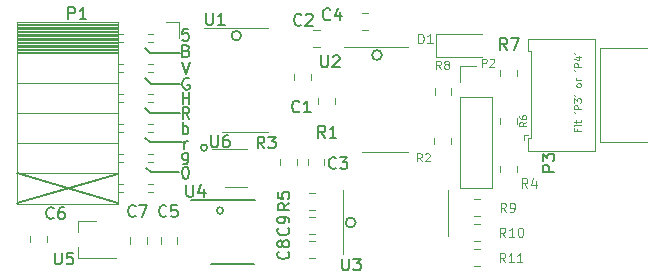
<source format=gto>
G04 #@! TF.GenerationSoftware,KiCad,Pcbnew,(5.1.4)-1*
G04 #@! TF.CreationDate,2020-02-28T17:04:00+00:00*
G04 #@! TF.ProjectId,analog,616e616c-6f67-42e6-9b69-6361645f7063,rev?*
G04 #@! TF.SameCoordinates,Original*
G04 #@! TF.FileFunction,Legend,Top*
G04 #@! TF.FilePolarity,Positive*
%FSLAX46Y46*%
G04 Gerber Fmt 4.6, Leading zero omitted, Abs format (unit mm)*
G04 Created by KiCad (PCBNEW (5.1.4)-1) date 2020-02-28 17:04:00*
%MOMM*%
%LPD*%
G04 APERTURE LIST*
%ADD10C,0.100000*%
%ADD11C,0.150000*%
%ADD12C,0.120000*%
G04 APERTURE END LIST*
D10*
X75210542Y-42088045D02*
X75210542Y-42288045D01*
X75524828Y-42288045D02*
X74924828Y-42288045D01*
X74924828Y-42002331D01*
X75524828Y-41773760D02*
X75124828Y-41773760D01*
X74924828Y-41773760D02*
X74953400Y-41802331D01*
X74981971Y-41773760D01*
X74953400Y-41745188D01*
X74924828Y-41773760D01*
X74981971Y-41773760D01*
X75124828Y-41573760D02*
X75124828Y-41345188D01*
X74924828Y-41488045D02*
X75439114Y-41488045D01*
X75496257Y-41459474D01*
X75524828Y-41402331D01*
X75524828Y-41345188D01*
X74924828Y-40659474D02*
X75039114Y-40716617D01*
X75524828Y-40402331D02*
X74924828Y-40402331D01*
X74924828Y-40173760D01*
X74953400Y-40116617D01*
X74981971Y-40088045D01*
X75039114Y-40059474D01*
X75124828Y-40059474D01*
X75181971Y-40088045D01*
X75210542Y-40116617D01*
X75239114Y-40173760D01*
X75239114Y-40402331D01*
X74924828Y-39859474D02*
X74924828Y-39488045D01*
X75153400Y-39688045D01*
X75153400Y-39602331D01*
X75181971Y-39545188D01*
X75210542Y-39516617D01*
X75267685Y-39488045D01*
X75410542Y-39488045D01*
X75467685Y-39516617D01*
X75496257Y-39545188D01*
X75524828Y-39602331D01*
X75524828Y-39773760D01*
X75496257Y-39830902D01*
X75467685Y-39859474D01*
X74924828Y-39202331D02*
X75039114Y-39259474D01*
X75524828Y-38402331D02*
X75496257Y-38459474D01*
X75467685Y-38488045D01*
X75410542Y-38516617D01*
X75239114Y-38516617D01*
X75181971Y-38488045D01*
X75153400Y-38459474D01*
X75124828Y-38402331D01*
X75124828Y-38316617D01*
X75153400Y-38259474D01*
X75181971Y-38230902D01*
X75239114Y-38202331D01*
X75410542Y-38202331D01*
X75467685Y-38230902D01*
X75496257Y-38259474D01*
X75524828Y-38316617D01*
X75524828Y-38402331D01*
X75524828Y-37945188D02*
X75124828Y-37945188D01*
X75239114Y-37945188D02*
X75181971Y-37916617D01*
X75153400Y-37888045D01*
X75124828Y-37830902D01*
X75124828Y-37773760D01*
X74924828Y-37088045D02*
X75039114Y-37145188D01*
X75524828Y-36830902D02*
X74924828Y-36830902D01*
X74924828Y-36602331D01*
X74953400Y-36545188D01*
X74981971Y-36516617D01*
X75039114Y-36488045D01*
X75124828Y-36488045D01*
X75181971Y-36516617D01*
X75210542Y-36545188D01*
X75239114Y-36602331D01*
X75239114Y-36830902D01*
X75124828Y-35973760D02*
X75524828Y-35973760D01*
X74896257Y-36116617D02*
X75324828Y-36259474D01*
X75324828Y-35888045D01*
X74924828Y-35630902D02*
X75039114Y-35688045D01*
D11*
X27780800Y-48320960D02*
X36315200Y-45882560D01*
X27780800Y-45831760D02*
X36315200Y-48371760D01*
X43863028Y-43659007D02*
G75*
G03X43863028Y-43659007I-263108J0D01*
G01*
X39083800Y-45755560D02*
X41496800Y-45755560D01*
X38702800Y-45349160D02*
X39083800Y-45755560D01*
X56431808Y-49999900D02*
G75*
G03X56431808Y-49999900I-418908J0D01*
G01*
X39541000Y-43215560D02*
X41700000Y-43215560D01*
X39617200Y-38237160D02*
X41598400Y-38237160D01*
X39566400Y-40726360D02*
X41547600Y-40726360D01*
X39058400Y-35620960D02*
X41573000Y-35620960D01*
X38626600Y-35189160D02*
X39058400Y-35620960D01*
X39033000Y-43215560D02*
X38626600Y-42809160D01*
X39541000Y-43215560D02*
X39033000Y-43215560D01*
X39058400Y-40726360D02*
X38601200Y-40269160D01*
X39566400Y-40726360D02*
X39058400Y-40726360D01*
X39134600Y-38237160D02*
X38626600Y-37729160D01*
X39617200Y-38237160D02*
X39134600Y-38237160D01*
X45224766Y-48981360D02*
G75*
G03X45224766Y-48981360I-273566J0D01*
G01*
X41933371Y-43794940D02*
X41933371Y-43128274D01*
X41933371Y-43318750D02*
X41980990Y-43223512D01*
X42028609Y-43175893D01*
X42123847Y-43128274D01*
X42219085Y-43128274D01*
X42365123Y-41229540D02*
X42031790Y-40753350D01*
X41793695Y-41229540D02*
X41793695Y-40229540D01*
X42174647Y-40229540D01*
X42269885Y-40277160D01*
X42317504Y-40324779D01*
X42365123Y-40420017D01*
X42365123Y-40562874D01*
X42317504Y-40658112D01*
X42269885Y-40705731D01*
X42174647Y-40753350D01*
X41793695Y-40753350D01*
X42342904Y-37787960D02*
X42247666Y-37740340D01*
X42104809Y-37740340D01*
X41961952Y-37787960D01*
X41866714Y-37883198D01*
X41819095Y-37978436D01*
X41771476Y-38168912D01*
X41771476Y-38311769D01*
X41819095Y-38502245D01*
X41866714Y-38597483D01*
X41961952Y-38692721D01*
X42104809Y-38740340D01*
X42200047Y-38740340D01*
X42342904Y-38692721D01*
X42390523Y-38645102D01*
X42390523Y-38311769D01*
X42200047Y-38311769D01*
X58661928Y-35819080D02*
G75*
G03X58661928Y-35819080I-418908J0D01*
G01*
X46729200Y-34173160D02*
G75*
G03X46729200Y-34173160I-401609J0D01*
G01*
X41969880Y-45284140D02*
X42065119Y-45284140D01*
X42160357Y-45331760D01*
X42207976Y-45379379D01*
X42255595Y-45474617D01*
X42303214Y-45665093D01*
X42303214Y-45903188D01*
X42255595Y-46093664D01*
X42207976Y-46188902D01*
X42160357Y-46236521D01*
X42065119Y-46284140D01*
X41969880Y-46284140D01*
X41874642Y-46236521D01*
X41827023Y-46188902D01*
X41779404Y-46093664D01*
X41731785Y-45903188D01*
X41731785Y-45665093D01*
X41779404Y-45474617D01*
X41827023Y-45379379D01*
X41874642Y-45331760D01*
X41969880Y-45284140D01*
X42101628Y-35447931D02*
X42244485Y-35495550D01*
X42292104Y-35543169D01*
X42339723Y-35638407D01*
X42339723Y-35781264D01*
X42292104Y-35876502D01*
X42244485Y-35924121D01*
X42149247Y-35971740D01*
X41768295Y-35971740D01*
X41768295Y-34971740D01*
X42101628Y-34971740D01*
X42196866Y-35019360D01*
X42244485Y-35066979D01*
X42292104Y-35162217D01*
X42292104Y-35257455D01*
X42244485Y-35352693D01*
X42196866Y-35400312D01*
X42101628Y-35447931D01*
X41768295Y-35447931D01*
X42244485Y-44068074D02*
X42244485Y-44877598D01*
X42196866Y-44972836D01*
X42149247Y-45020455D01*
X42054009Y-45068074D01*
X41911152Y-45068074D01*
X41815914Y-45020455D01*
X42244485Y-44687121D02*
X42149247Y-44734740D01*
X41958771Y-44734740D01*
X41863533Y-44687121D01*
X41815914Y-44639502D01*
X41768295Y-44544264D01*
X41768295Y-44258550D01*
X41815914Y-44163312D01*
X41863533Y-44115693D01*
X41958771Y-44068074D01*
X42149247Y-44068074D01*
X42244485Y-44115693D01*
X41790514Y-42524940D02*
X41790514Y-41524940D01*
X41790514Y-41905893D02*
X41885752Y-41858274D01*
X42076228Y-41858274D01*
X42171466Y-41905893D01*
X42219085Y-41953512D01*
X42266704Y-42048750D01*
X42266704Y-42334464D01*
X42219085Y-42429702D01*
X42171466Y-42477321D01*
X42076228Y-42524940D01*
X41885752Y-42524940D01*
X41790514Y-42477321D01*
X41795285Y-39984940D02*
X41795285Y-38984940D01*
X41795285Y-39461131D02*
X42366714Y-39461131D01*
X42366714Y-39984940D02*
X42366714Y-38984940D01*
X41722266Y-36444940D02*
X42055600Y-37444940D01*
X42388933Y-36444940D01*
X42268295Y-33600140D02*
X41792104Y-33600140D01*
X41744485Y-34076331D01*
X41792104Y-34028712D01*
X41887342Y-33981093D01*
X42125438Y-33981093D01*
X42220676Y-34028712D01*
X42268295Y-34076331D01*
X42315914Y-34171569D01*
X42315914Y-34409664D01*
X42268295Y-34504902D01*
X42220676Y-34552521D01*
X42125438Y-34600140D01*
X41887342Y-34600140D01*
X41792104Y-34552521D01*
X41744485Y-34504902D01*
D12*
X47034000Y-42367360D02*
X48984000Y-42367360D01*
X47034000Y-42367360D02*
X45084000Y-42367360D01*
X47034000Y-33497360D02*
X48984000Y-33497360D01*
X47034000Y-33497360D02*
X43584000Y-33497360D01*
X53789200Y-45127812D02*
X53789200Y-44605308D01*
X52369200Y-45127812D02*
X52369200Y-44605308D01*
X65287400Y-36780160D02*
X66617400Y-36780160D01*
X65287400Y-38110160D02*
X65287400Y-36780160D01*
X65287400Y-39380160D02*
X67947400Y-39380160D01*
X67947400Y-39380160D02*
X67947400Y-47060160D01*
X65287400Y-39380160D02*
X65287400Y-47060160D01*
X65287400Y-47060160D02*
X67947400Y-47060160D01*
X64245200Y-49209960D02*
X64245200Y-47259960D01*
X64245200Y-49209960D02*
X64245200Y-51159960D01*
X55375200Y-49209960D02*
X55375200Y-47259960D01*
X55375200Y-49209960D02*
X55375200Y-52659960D01*
D11*
X44163700Y-53485160D02*
X47872300Y-53485160D01*
X42493000Y-48085160D02*
X47876600Y-48085160D01*
D12*
X68676000Y-45189508D02*
X68676000Y-45712012D01*
X70096000Y-45189508D02*
X70096000Y-45712012D01*
X68676000Y-41673412D02*
X68676000Y-41150908D01*
X70096000Y-41673412D02*
X70096000Y-41150908D01*
X68663300Y-37061508D02*
X68663300Y-37584012D01*
X70083300Y-37061508D02*
X70083300Y-37584012D01*
X63113400Y-39162512D02*
X63113400Y-38640008D01*
X64533400Y-39162512D02*
X64533400Y-38640008D01*
X57490812Y-32274440D02*
X56968308Y-32274440D01*
X57490812Y-33694440D02*
X56968308Y-33694440D01*
X38752400Y-51260108D02*
X38752400Y-51782612D01*
X37332400Y-51260108D02*
X37332400Y-51782612D01*
X28848800Y-51158508D02*
X28848800Y-51681012D01*
X30268800Y-51158508D02*
X30268800Y-51681012D01*
X32964400Y-49839760D02*
X32964400Y-50769760D01*
X32964400Y-52999760D02*
X32964400Y-52069760D01*
X32964400Y-52999760D02*
X36124400Y-52999760D01*
X32964400Y-49839760D02*
X34424400Y-49839760D01*
X52487748Y-52967960D02*
X53010252Y-52967960D01*
X52487748Y-51547960D02*
X53010252Y-51547960D01*
X52633500Y-37379008D02*
X52633500Y-37901512D01*
X51213500Y-37379008D02*
X51213500Y-37901512D01*
X41343200Y-51260108D02*
X41343200Y-51782612D01*
X39923200Y-51260108D02*
X39923200Y-51782612D01*
X63100700Y-43362512D02*
X63100700Y-42840008D01*
X64520700Y-43362512D02*
X64520700Y-42840008D01*
X52856048Y-33704460D02*
X53378552Y-33704460D01*
X52856048Y-35124460D02*
X53378552Y-35124460D01*
X54678200Y-39436408D02*
X54678200Y-39958912D01*
X53258200Y-39436408D02*
X53258200Y-39958912D01*
X58908500Y-44018360D02*
X60858500Y-44018360D01*
X58908500Y-44018360D02*
X56958500Y-44018360D01*
X58908500Y-35148360D02*
X60858500Y-35148360D01*
X58908500Y-35148360D02*
X55458500Y-35148360D01*
X52487748Y-50935960D02*
X53010252Y-50935960D01*
X52487748Y-49515960D02*
X53010252Y-49515960D01*
X53010252Y-48903960D02*
X52487748Y-48903960D01*
X53010252Y-47483960D02*
X52487748Y-47483960D01*
X51452400Y-45137972D02*
X51452400Y-44615468D01*
X50032400Y-45137972D02*
X50032400Y-44615468D01*
X45397400Y-46992180D02*
X47197400Y-46992180D01*
X47197400Y-43772180D02*
X44247400Y-43772180D01*
X66939612Y-49434820D02*
X66417108Y-49434820D01*
X66939612Y-48014820D02*
X66417108Y-48014820D01*
X66949772Y-50100160D02*
X66427268Y-50100160D01*
X66949772Y-51520160D02*
X66427268Y-51520160D01*
X66949772Y-53669000D02*
X66427268Y-53669000D01*
X66949772Y-52249000D02*
X66427268Y-52249000D01*
X27723800Y-33166360D02*
X36353800Y-33166360D01*
X27723800Y-33284455D02*
X36353800Y-33284455D01*
X27723800Y-33402550D02*
X36353800Y-33402550D01*
X27723800Y-33520645D02*
X36353800Y-33520645D01*
X27723800Y-33638740D02*
X36353800Y-33638740D01*
X27723800Y-33756835D02*
X36353800Y-33756835D01*
X27723800Y-33874930D02*
X36353800Y-33874930D01*
X27723800Y-33993025D02*
X36353800Y-33993025D01*
X27723800Y-34111120D02*
X36353800Y-34111120D01*
X27723800Y-34229215D02*
X36353800Y-34229215D01*
X27723800Y-34347310D02*
X36353800Y-34347310D01*
X27723800Y-34465405D02*
X36353800Y-34465405D01*
X27723800Y-34583500D02*
X36353800Y-34583500D01*
X27723800Y-34701595D02*
X36353800Y-34701595D01*
X27723800Y-34819690D02*
X36353800Y-34819690D01*
X27723800Y-34937785D02*
X36353800Y-34937785D01*
X27723800Y-35055880D02*
X36353800Y-35055880D01*
X27723800Y-35173975D02*
X36353800Y-35173975D01*
X27723800Y-35292070D02*
X36353800Y-35292070D01*
X27723800Y-35410165D02*
X36353800Y-35410165D01*
X27723800Y-35528260D02*
X36353800Y-35528260D01*
X36353800Y-34016360D02*
X36763800Y-34016360D01*
X38863800Y-34016360D02*
X39243800Y-34016360D01*
X36353800Y-34736360D02*
X36763800Y-34736360D01*
X38863800Y-34736360D02*
X39243800Y-34736360D01*
X36353800Y-36556360D02*
X36763800Y-36556360D01*
X38863800Y-36556360D02*
X39303800Y-36556360D01*
X36353800Y-37276360D02*
X36763800Y-37276360D01*
X38863800Y-37276360D02*
X39303800Y-37276360D01*
X36353800Y-39096360D02*
X36763800Y-39096360D01*
X38863800Y-39096360D02*
X39303800Y-39096360D01*
X36353800Y-39816360D02*
X36763800Y-39816360D01*
X38863800Y-39816360D02*
X39303800Y-39816360D01*
X36353800Y-41636360D02*
X36763800Y-41636360D01*
X38863800Y-41636360D02*
X39303800Y-41636360D01*
X36353800Y-42356360D02*
X36763800Y-42356360D01*
X38863800Y-42356360D02*
X39303800Y-42356360D01*
X36353800Y-44176360D02*
X36763800Y-44176360D01*
X38863800Y-44176360D02*
X39303800Y-44176360D01*
X36353800Y-44896360D02*
X36763800Y-44896360D01*
X38863800Y-44896360D02*
X39303800Y-44896360D01*
X36353800Y-46716360D02*
X36763800Y-46716360D01*
X38863800Y-46716360D02*
X39303800Y-46716360D01*
X36353800Y-47436360D02*
X36763800Y-47436360D01*
X38863800Y-47436360D02*
X39303800Y-47436360D01*
X27723800Y-35646360D02*
X36353800Y-35646360D01*
X27723800Y-38186360D02*
X36353800Y-38186360D01*
X27723800Y-40726360D02*
X36353800Y-40726360D01*
X27723800Y-43266360D02*
X36353800Y-43266360D01*
X27723800Y-45806360D02*
X36353800Y-45806360D01*
X27723800Y-33046360D02*
X36353800Y-33046360D01*
X36353800Y-33046360D02*
X36353800Y-48406360D01*
X27723800Y-48406360D02*
X36353800Y-48406360D01*
X27723800Y-33046360D02*
X27723800Y-48406360D01*
X41463800Y-33046360D02*
X41463800Y-34376360D01*
X40353800Y-33046360D02*
X41463800Y-33046360D01*
X63275200Y-34011360D02*
X63275200Y-36011360D01*
X63275200Y-36011360D02*
X67175200Y-36011360D01*
X63275200Y-34011360D02*
X67175200Y-34011360D01*
X81102000Y-35200960D02*
X77102000Y-35200960D01*
X77102000Y-35200960D02*
X77102000Y-43200960D01*
X77102000Y-43200960D02*
X81102000Y-43200960D01*
X76714600Y-34440960D02*
X76714600Y-39175960D01*
X70994600Y-34440960D02*
X76714600Y-34440960D01*
X70994600Y-35510960D02*
X70994600Y-34440960D01*
X71294600Y-35510960D02*
X70994600Y-35510960D01*
X71294600Y-39175960D02*
X71294600Y-35510960D01*
X76714600Y-43910960D02*
X76714600Y-39175960D01*
X70994600Y-43910960D02*
X76714600Y-43910960D01*
X70994600Y-42840960D02*
X70994600Y-43910960D01*
X71294600Y-42840960D02*
X70994600Y-42840960D01*
X71294600Y-39175960D02*
X71294600Y-42840960D01*
X70704600Y-42550960D02*
X70704600Y-43050960D01*
X71004600Y-42550960D02*
X70704600Y-42550960D01*
D11*
X43782895Y-32253940D02*
X43782895Y-33063464D01*
X43830514Y-33158702D01*
X43878133Y-33206321D01*
X43973371Y-33253940D01*
X44163847Y-33253940D01*
X44259085Y-33206321D01*
X44306704Y-33158702D01*
X44354323Y-33063464D01*
X44354323Y-32253940D01*
X45354323Y-33253940D02*
X44782895Y-33253940D01*
X45068609Y-33253940D02*
X45068609Y-32253940D01*
X44973371Y-32396798D01*
X44878133Y-32492036D01*
X44782895Y-32539655D01*
X54776893Y-45353242D02*
X54729274Y-45400861D01*
X54586417Y-45448480D01*
X54491179Y-45448480D01*
X54348321Y-45400861D01*
X54253083Y-45305623D01*
X54205464Y-45210385D01*
X54157845Y-45019909D01*
X54157845Y-44877052D01*
X54205464Y-44686576D01*
X54253083Y-44591338D01*
X54348321Y-44496100D01*
X54491179Y-44448480D01*
X54586417Y-44448480D01*
X54729274Y-44496100D01*
X54776893Y-44543719D01*
X55110226Y-44448480D02*
X55729274Y-44448480D01*
X55395940Y-44829433D01*
X55538798Y-44829433D01*
X55634036Y-44877052D01*
X55681655Y-44924671D01*
X55729274Y-45019909D01*
X55729274Y-45258004D01*
X55681655Y-45353242D01*
X55634036Y-45400861D01*
X55538798Y-45448480D01*
X55253083Y-45448480D01*
X55157845Y-45400861D01*
X55110226Y-45353242D01*
D12*
X67116733Y-36826626D02*
X67116733Y-36126626D01*
X67383400Y-36126626D01*
X67450066Y-36159960D01*
X67483400Y-36193293D01*
X67516733Y-36259960D01*
X67516733Y-36359960D01*
X67483400Y-36426626D01*
X67450066Y-36459960D01*
X67383400Y-36493293D01*
X67116733Y-36493293D01*
X67783400Y-36193293D02*
X67816733Y-36159960D01*
X67883400Y-36126626D01*
X68050066Y-36126626D01*
X68116733Y-36159960D01*
X68150066Y-36193293D01*
X68183400Y-36259960D01*
X68183400Y-36326626D01*
X68150066Y-36426626D01*
X67750066Y-36826626D01*
X68183400Y-36826626D01*
D11*
X55301795Y-53056540D02*
X55301795Y-53866064D01*
X55349414Y-53961302D01*
X55397033Y-54008921D01*
X55492271Y-54056540D01*
X55682747Y-54056540D01*
X55777985Y-54008921D01*
X55825604Y-53961302D01*
X55873223Y-53866064D01*
X55873223Y-53056540D01*
X56254176Y-53056540D02*
X56873223Y-53056540D01*
X56539890Y-53437493D01*
X56682747Y-53437493D01*
X56777985Y-53485112D01*
X56825604Y-53532731D01*
X56873223Y-53627969D01*
X56873223Y-53866064D01*
X56825604Y-53961302D01*
X56777985Y-54008921D01*
X56682747Y-54056540D01*
X56397033Y-54056540D01*
X56301795Y-54008921D01*
X56254176Y-53961302D01*
X42106495Y-46808140D02*
X42106495Y-47617664D01*
X42154114Y-47712902D01*
X42201733Y-47760521D01*
X42296971Y-47808140D01*
X42487447Y-47808140D01*
X42582685Y-47760521D01*
X42630304Y-47712902D01*
X42677923Y-47617664D01*
X42677923Y-46808140D01*
X43582685Y-47141474D02*
X43582685Y-47808140D01*
X43344590Y-46760521D02*
X43106495Y-47474807D01*
X43725542Y-47474807D01*
D10*
X70979866Y-47044564D02*
X70713200Y-46663612D01*
X70522723Y-47044564D02*
X70522723Y-46244564D01*
X70827485Y-46244564D01*
X70903676Y-46282660D01*
X70941771Y-46320755D01*
X70979866Y-46396945D01*
X70979866Y-46511231D01*
X70941771Y-46587421D01*
X70903676Y-46625517D01*
X70827485Y-46663612D01*
X70522723Y-46663612D01*
X71665580Y-46511231D02*
X71665580Y-47044564D01*
X71475104Y-46206469D02*
X71284628Y-46777898D01*
X71779866Y-46777898D01*
X70902028Y-41486760D02*
X70616314Y-41686760D01*
X70902028Y-41829617D02*
X70302028Y-41829617D01*
X70302028Y-41601045D01*
X70330600Y-41543902D01*
X70359171Y-41515331D01*
X70416314Y-41486760D01*
X70502028Y-41486760D01*
X70559171Y-41515331D01*
X70587742Y-41543902D01*
X70616314Y-41601045D01*
X70616314Y-41829617D01*
X70302028Y-40972474D02*
X70302028Y-41086760D01*
X70330600Y-41143902D01*
X70359171Y-41172474D01*
X70444885Y-41229617D01*
X70559171Y-41258188D01*
X70787742Y-41258188D01*
X70844885Y-41229617D01*
X70873457Y-41201045D01*
X70902028Y-41143902D01*
X70902028Y-41029617D01*
X70873457Y-40972474D01*
X70844885Y-40943902D01*
X70787742Y-40915331D01*
X70644885Y-40915331D01*
X70587742Y-40943902D01*
X70559171Y-40972474D01*
X70530600Y-41029617D01*
X70530600Y-41143902D01*
X70559171Y-41201045D01*
X70587742Y-41229617D01*
X70644885Y-41258188D01*
D11*
X69270133Y-35374840D02*
X68936800Y-34898650D01*
X68698704Y-35374840D02*
X68698704Y-34374840D01*
X69079657Y-34374840D01*
X69174895Y-34422460D01*
X69222514Y-34470079D01*
X69270133Y-34565317D01*
X69270133Y-34708174D01*
X69222514Y-34803412D01*
X69174895Y-34851031D01*
X69079657Y-34898650D01*
X68698704Y-34898650D01*
X69603466Y-34374840D02*
X70270133Y-34374840D01*
X69841561Y-35374840D01*
D12*
X63681333Y-37004426D02*
X63448000Y-36671093D01*
X63281333Y-37004426D02*
X63281333Y-36304426D01*
X63548000Y-36304426D01*
X63614666Y-36337760D01*
X63648000Y-36371093D01*
X63681333Y-36437760D01*
X63681333Y-36537760D01*
X63648000Y-36604426D01*
X63614666Y-36637760D01*
X63548000Y-36671093D01*
X63281333Y-36671093D01*
X64081333Y-36604426D02*
X64014666Y-36571093D01*
X63981333Y-36537760D01*
X63948000Y-36471093D01*
X63948000Y-36437760D01*
X63981333Y-36371093D01*
X64014666Y-36337760D01*
X64081333Y-36304426D01*
X64214666Y-36304426D01*
X64281333Y-36337760D01*
X64314666Y-36371093D01*
X64348000Y-36437760D01*
X64348000Y-36471093D01*
X64314666Y-36537760D01*
X64281333Y-36571093D01*
X64214666Y-36604426D01*
X64081333Y-36604426D01*
X64014666Y-36637760D01*
X63981333Y-36671093D01*
X63948000Y-36737760D01*
X63948000Y-36871093D01*
X63981333Y-36937760D01*
X64014666Y-36971093D01*
X64081333Y-37004426D01*
X64214666Y-37004426D01*
X64281333Y-36971093D01*
X64314666Y-36937760D01*
X64348000Y-36871093D01*
X64348000Y-36737760D01*
X64314666Y-36671093D01*
X64281333Y-36637760D01*
X64214666Y-36604426D01*
D11*
X54284133Y-32777702D02*
X54236514Y-32825321D01*
X54093657Y-32872940D01*
X53998419Y-32872940D01*
X53855561Y-32825321D01*
X53760323Y-32730083D01*
X53712704Y-32634845D01*
X53665085Y-32444369D01*
X53665085Y-32301512D01*
X53712704Y-32111036D01*
X53760323Y-32015798D01*
X53855561Y-31920560D01*
X53998419Y-31872940D01*
X54093657Y-31872940D01*
X54236514Y-31920560D01*
X54284133Y-31968179D01*
X55141276Y-32206274D02*
X55141276Y-32872940D01*
X54903180Y-31825321D02*
X54665085Y-32539607D01*
X55284133Y-32539607D01*
X37799533Y-49427402D02*
X37751914Y-49475021D01*
X37609057Y-49522640D01*
X37513819Y-49522640D01*
X37370961Y-49475021D01*
X37275723Y-49379783D01*
X37228104Y-49284545D01*
X37180485Y-49094069D01*
X37180485Y-48951212D01*
X37228104Y-48760736D01*
X37275723Y-48665498D01*
X37370961Y-48570260D01*
X37513819Y-48522640D01*
X37609057Y-48522640D01*
X37751914Y-48570260D01*
X37799533Y-48617879D01*
X38132866Y-48522640D02*
X38799533Y-48522640D01*
X38370961Y-49522640D01*
X30865333Y-49605202D02*
X30817714Y-49652821D01*
X30674857Y-49700440D01*
X30579619Y-49700440D01*
X30436761Y-49652821D01*
X30341523Y-49557583D01*
X30293904Y-49462345D01*
X30246285Y-49271869D01*
X30246285Y-49129012D01*
X30293904Y-48938536D01*
X30341523Y-48843298D01*
X30436761Y-48748060D01*
X30579619Y-48700440D01*
X30674857Y-48700440D01*
X30817714Y-48748060D01*
X30865333Y-48795679D01*
X31722476Y-48700440D02*
X31532000Y-48700440D01*
X31436761Y-48748060D01*
X31389142Y-48795679D01*
X31293904Y-48938536D01*
X31246285Y-49129012D01*
X31246285Y-49509964D01*
X31293904Y-49605202D01*
X31341523Y-49652821D01*
X31436761Y-49700440D01*
X31627238Y-49700440D01*
X31722476Y-49652821D01*
X31770095Y-49605202D01*
X31817714Y-49509964D01*
X31817714Y-49271869D01*
X31770095Y-49176631D01*
X31722476Y-49129012D01*
X31627238Y-49081393D01*
X31436761Y-49081393D01*
X31341523Y-49129012D01*
X31293904Y-49176631D01*
X31246285Y-49271869D01*
X30968595Y-52535840D02*
X30968595Y-53345364D01*
X31016214Y-53440602D01*
X31063833Y-53488221D01*
X31159071Y-53535840D01*
X31349547Y-53535840D01*
X31444785Y-53488221D01*
X31492404Y-53440602D01*
X31540023Y-53345364D01*
X31540023Y-52535840D01*
X32492404Y-52535840D02*
X32016214Y-52535840D01*
X31968595Y-53012031D01*
X32016214Y-52964412D01*
X32111452Y-52916793D01*
X32349547Y-52916793D01*
X32444785Y-52964412D01*
X32492404Y-53012031D01*
X32540023Y-53107269D01*
X32540023Y-53345364D01*
X32492404Y-53440602D01*
X32444785Y-53488221D01*
X32349547Y-53535840D01*
X32111452Y-53535840D01*
X32016214Y-53488221D01*
X31968595Y-53440602D01*
X50718542Y-52462726D02*
X50766161Y-52510345D01*
X50813780Y-52653202D01*
X50813780Y-52748440D01*
X50766161Y-52891298D01*
X50670923Y-52986536D01*
X50575685Y-53034155D01*
X50385209Y-53081774D01*
X50242352Y-53081774D01*
X50051876Y-53034155D01*
X49956638Y-52986536D01*
X49861400Y-52891298D01*
X49813780Y-52748440D01*
X49813780Y-52653202D01*
X49861400Y-52510345D01*
X49909019Y-52462726D01*
X50242352Y-51891298D02*
X50194733Y-51986536D01*
X50147114Y-52034155D01*
X50051876Y-52081774D01*
X50004257Y-52081774D01*
X49909019Y-52034155D01*
X49861400Y-51986536D01*
X49813780Y-51891298D01*
X49813780Y-51700821D01*
X49861400Y-51605583D01*
X49909019Y-51557964D01*
X50004257Y-51510345D01*
X50051876Y-51510345D01*
X50147114Y-51557964D01*
X50194733Y-51605583D01*
X50242352Y-51700821D01*
X50242352Y-51891298D01*
X50289971Y-51986536D01*
X50337590Y-52034155D01*
X50432828Y-52081774D01*
X50623304Y-52081774D01*
X50718542Y-52034155D01*
X50766161Y-51986536D01*
X50813780Y-51891298D01*
X50813780Y-51700821D01*
X50766161Y-51605583D01*
X50718542Y-51557964D01*
X50623304Y-51510345D01*
X50432828Y-51510345D01*
X50337590Y-51557964D01*
X50289971Y-51605583D01*
X50242352Y-51700821D01*
X51680633Y-40579202D02*
X51633014Y-40626821D01*
X51490157Y-40674440D01*
X51394919Y-40674440D01*
X51252061Y-40626821D01*
X51156823Y-40531583D01*
X51109204Y-40436345D01*
X51061585Y-40245869D01*
X51061585Y-40103012D01*
X51109204Y-39912536D01*
X51156823Y-39817298D01*
X51252061Y-39722060D01*
X51394919Y-39674440D01*
X51490157Y-39674440D01*
X51633014Y-39722060D01*
X51680633Y-39769679D01*
X52633014Y-40674440D02*
X52061585Y-40674440D01*
X52347300Y-40674440D02*
X52347300Y-39674440D01*
X52252061Y-39817298D01*
X52156823Y-39912536D01*
X52061585Y-39960155D01*
X40415733Y-49427402D02*
X40368114Y-49475021D01*
X40225257Y-49522640D01*
X40130019Y-49522640D01*
X39987161Y-49475021D01*
X39891923Y-49379783D01*
X39844304Y-49284545D01*
X39796685Y-49094069D01*
X39796685Y-48951212D01*
X39844304Y-48760736D01*
X39891923Y-48665498D01*
X39987161Y-48570260D01*
X40130019Y-48522640D01*
X40225257Y-48522640D01*
X40368114Y-48570260D01*
X40415733Y-48617879D01*
X41320495Y-48522640D02*
X40844304Y-48522640D01*
X40796685Y-48998831D01*
X40844304Y-48951212D01*
X40939542Y-48903593D01*
X41177638Y-48903593D01*
X41272876Y-48951212D01*
X41320495Y-48998831D01*
X41368114Y-49094069D01*
X41368114Y-49332164D01*
X41320495Y-49427402D01*
X41272876Y-49475021D01*
X41177638Y-49522640D01*
X40939542Y-49522640D01*
X40844304Y-49475021D01*
X40796685Y-49427402D01*
D12*
X62055733Y-44827626D02*
X61822400Y-44494293D01*
X61655733Y-44827626D02*
X61655733Y-44127626D01*
X61922400Y-44127626D01*
X61989066Y-44160960D01*
X62022400Y-44194293D01*
X62055733Y-44260960D01*
X62055733Y-44360960D01*
X62022400Y-44427626D01*
X61989066Y-44460960D01*
X61922400Y-44494293D01*
X61655733Y-44494293D01*
X62322400Y-44194293D02*
X62355733Y-44160960D01*
X62422400Y-44127626D01*
X62589066Y-44127626D01*
X62655733Y-44160960D01*
X62689066Y-44194293D01*
X62722400Y-44260960D01*
X62722400Y-44327626D01*
X62689066Y-44427626D01*
X62289066Y-44827626D01*
X62722400Y-44827626D01*
D11*
X51845733Y-33234902D02*
X51798114Y-33282521D01*
X51655257Y-33330140D01*
X51560019Y-33330140D01*
X51417161Y-33282521D01*
X51321923Y-33187283D01*
X51274304Y-33092045D01*
X51226685Y-32901569D01*
X51226685Y-32758712D01*
X51274304Y-32568236D01*
X51321923Y-32472998D01*
X51417161Y-32377760D01*
X51560019Y-32330140D01*
X51655257Y-32330140D01*
X51798114Y-32377760D01*
X51845733Y-32425379D01*
X52226685Y-32425379D02*
X52274304Y-32377760D01*
X52369542Y-32330140D01*
X52607638Y-32330140D01*
X52702876Y-32377760D01*
X52750495Y-32425379D01*
X52798114Y-32520617D01*
X52798114Y-32615855D01*
X52750495Y-32758712D01*
X52179066Y-33330140D01*
X52798114Y-33330140D01*
X53852333Y-42817040D02*
X53519000Y-42340850D01*
X53280904Y-42817040D02*
X53280904Y-41817040D01*
X53661857Y-41817040D01*
X53757095Y-41864660D01*
X53804714Y-41912279D01*
X53852333Y-42007517D01*
X53852333Y-42150374D01*
X53804714Y-42245612D01*
X53757095Y-42293231D01*
X53661857Y-42340850D01*
X53280904Y-42340850D01*
X54804714Y-42817040D02*
X54233285Y-42817040D01*
X54519000Y-42817040D02*
X54519000Y-41817040D01*
X54423761Y-41959898D01*
X54328523Y-42055136D01*
X54233285Y-42102755D01*
X53518715Y-35845500D02*
X53518715Y-36655024D01*
X53566334Y-36750262D01*
X53613953Y-36797881D01*
X53709191Y-36845500D01*
X53899667Y-36845500D01*
X53994905Y-36797881D01*
X54042524Y-36750262D01*
X54090143Y-36655024D01*
X54090143Y-35845500D01*
X54518715Y-35940739D02*
X54566334Y-35893120D01*
X54661572Y-35845500D01*
X54899667Y-35845500D01*
X54994905Y-35893120D01*
X55042524Y-35940739D01*
X55090143Y-36035977D01*
X55090143Y-36131215D01*
X55042524Y-36274072D01*
X54471096Y-36845500D01*
X55090143Y-36845500D01*
X50718542Y-50456126D02*
X50766161Y-50503745D01*
X50813780Y-50646602D01*
X50813780Y-50741840D01*
X50766161Y-50884698D01*
X50670923Y-50979936D01*
X50575685Y-51027555D01*
X50385209Y-51075174D01*
X50242352Y-51075174D01*
X50051876Y-51027555D01*
X49956638Y-50979936D01*
X49861400Y-50884698D01*
X49813780Y-50741840D01*
X49813780Y-50646602D01*
X49861400Y-50503745D01*
X49909019Y-50456126D01*
X50813780Y-49979936D02*
X50813780Y-49789460D01*
X50766161Y-49694221D01*
X50718542Y-49646602D01*
X50575685Y-49551364D01*
X50385209Y-49503745D01*
X50004257Y-49503745D01*
X49909019Y-49551364D01*
X49861400Y-49598983D01*
X49813780Y-49694221D01*
X49813780Y-49884698D01*
X49861400Y-49979936D01*
X49909019Y-50027555D01*
X50004257Y-50075174D01*
X50242352Y-50075174D01*
X50337590Y-50027555D01*
X50385209Y-49979936D01*
X50432828Y-49884698D01*
X50432828Y-49694221D01*
X50385209Y-49598983D01*
X50337590Y-49551364D01*
X50242352Y-49503745D01*
X50826480Y-48347926D02*
X50350290Y-48681260D01*
X50826480Y-48919355D02*
X49826480Y-48919355D01*
X49826480Y-48538402D01*
X49874100Y-48443164D01*
X49921719Y-48395545D01*
X50016957Y-48347926D01*
X50159814Y-48347926D01*
X50255052Y-48395545D01*
X50302671Y-48443164D01*
X50350290Y-48538402D01*
X50350290Y-48919355D01*
X49826480Y-47443164D02*
X49826480Y-47919355D01*
X50302671Y-47966974D01*
X50255052Y-47919355D01*
X50207433Y-47824117D01*
X50207433Y-47586021D01*
X50255052Y-47490783D01*
X50302671Y-47443164D01*
X50397909Y-47395545D01*
X50636004Y-47395545D01*
X50731242Y-47443164D01*
X50778861Y-47490783D01*
X50826480Y-47586021D01*
X50826480Y-47824117D01*
X50778861Y-47919355D01*
X50731242Y-47966974D01*
X48701213Y-43716200D02*
X48367880Y-43240010D01*
X48129784Y-43716200D02*
X48129784Y-42716200D01*
X48510737Y-42716200D01*
X48605975Y-42763820D01*
X48653594Y-42811439D01*
X48701213Y-42906677D01*
X48701213Y-43049534D01*
X48653594Y-43144772D01*
X48605975Y-43192391D01*
X48510737Y-43240010D01*
X48129784Y-43240010D01*
X49034546Y-42716200D02*
X49653594Y-42716200D01*
X49320260Y-43097153D01*
X49463118Y-43097153D01*
X49558356Y-43144772D01*
X49605975Y-43192391D01*
X49653594Y-43287629D01*
X49653594Y-43525724D01*
X49605975Y-43620962D01*
X49558356Y-43668581D01*
X49463118Y-43716200D01*
X49177403Y-43716200D01*
X49082165Y-43668581D01*
X49034546Y-43620962D01*
X44189295Y-42619680D02*
X44189295Y-43429204D01*
X44236914Y-43524442D01*
X44284533Y-43572061D01*
X44379771Y-43619680D01*
X44570247Y-43619680D01*
X44665485Y-43572061D01*
X44713104Y-43524442D01*
X44760723Y-43429204D01*
X44760723Y-42619680D01*
X45665485Y-42619680D02*
X45475009Y-42619680D01*
X45379771Y-42667300D01*
X45332152Y-42714919D01*
X45236914Y-42857776D01*
X45189295Y-43048252D01*
X45189295Y-43429204D01*
X45236914Y-43524442D01*
X45284533Y-43572061D01*
X45379771Y-43619680D01*
X45570247Y-43619680D01*
X45665485Y-43572061D01*
X45713104Y-43524442D01*
X45760723Y-43429204D01*
X45760723Y-43191109D01*
X45713104Y-43095871D01*
X45665485Y-43048252D01*
X45570247Y-43000633D01*
X45379771Y-43000633D01*
X45284533Y-43048252D01*
X45236914Y-43095871D01*
X45189295Y-43191109D01*
D10*
X69161226Y-49112124D02*
X68894560Y-48731172D01*
X68704083Y-49112124D02*
X68704083Y-48312124D01*
X69008845Y-48312124D01*
X69085036Y-48350220D01*
X69123131Y-48388315D01*
X69161226Y-48464505D01*
X69161226Y-48578791D01*
X69123131Y-48654981D01*
X69085036Y-48693077D01*
X69008845Y-48731172D01*
X68704083Y-48731172D01*
X69542179Y-49112124D02*
X69694560Y-49112124D01*
X69770750Y-49074029D01*
X69808845Y-49035934D01*
X69885036Y-48921648D01*
X69923131Y-48769267D01*
X69923131Y-48464505D01*
X69885036Y-48388315D01*
X69846940Y-48350220D01*
X69770750Y-48312124D01*
X69618369Y-48312124D01*
X69542179Y-48350220D01*
X69504083Y-48388315D01*
X69465988Y-48464505D01*
X69465988Y-48654981D01*
X69504083Y-48731172D01*
X69542179Y-48769267D01*
X69618369Y-48807362D01*
X69770750Y-48807362D01*
X69846940Y-48769267D01*
X69885036Y-48731172D01*
X69923131Y-48654981D01*
X69107934Y-51222864D02*
X68841267Y-50841912D01*
X68650791Y-51222864D02*
X68650791Y-50422864D01*
X68955553Y-50422864D01*
X69031743Y-50460960D01*
X69069839Y-50499055D01*
X69107934Y-50575245D01*
X69107934Y-50689531D01*
X69069839Y-50765721D01*
X69031743Y-50803817D01*
X68955553Y-50841912D01*
X68650791Y-50841912D01*
X69869839Y-51222864D02*
X69412696Y-51222864D01*
X69641267Y-51222864D02*
X69641267Y-50422864D01*
X69565077Y-50537150D01*
X69488886Y-50613340D01*
X69412696Y-50651436D01*
X70365077Y-50422864D02*
X70441267Y-50422864D01*
X70517458Y-50460960D01*
X70555553Y-50499055D01*
X70593648Y-50575245D01*
X70631743Y-50727626D01*
X70631743Y-50918102D01*
X70593648Y-51070483D01*
X70555553Y-51146674D01*
X70517458Y-51184769D01*
X70441267Y-51222864D01*
X70365077Y-51222864D01*
X70288886Y-51184769D01*
X70250791Y-51146674D01*
X70212696Y-51070483D01*
X70174600Y-50918102D01*
X70174600Y-50727626D01*
X70212696Y-50575245D01*
X70250791Y-50499055D01*
X70288886Y-50460960D01*
X70365077Y-50422864D01*
X69114677Y-53349085D02*
X68864677Y-52991942D01*
X68686105Y-53349085D02*
X68686105Y-52599085D01*
X68971820Y-52599085D01*
X69043248Y-52634800D01*
X69078962Y-52670514D01*
X69114677Y-52741942D01*
X69114677Y-52849085D01*
X69078962Y-52920514D01*
X69043248Y-52956228D01*
X68971820Y-52991942D01*
X68686105Y-52991942D01*
X69828962Y-53349085D02*
X69400391Y-53349085D01*
X69614677Y-53349085D02*
X69614677Y-52599085D01*
X69543248Y-52706228D01*
X69471820Y-52777657D01*
X69400391Y-52813371D01*
X70543248Y-53349085D02*
X70114677Y-53349085D01*
X70328962Y-53349085D02*
X70328962Y-52599085D01*
X70257534Y-52706228D01*
X70186105Y-52777657D01*
X70114677Y-52813371D01*
D11*
X32122704Y-32771340D02*
X32122704Y-31771340D01*
X32503657Y-31771340D01*
X32598895Y-31818960D01*
X32646514Y-31866579D01*
X32694133Y-31961817D01*
X32694133Y-32104674D01*
X32646514Y-32199912D01*
X32598895Y-32247531D01*
X32503657Y-32295150D01*
X32122704Y-32295150D01*
X33646514Y-32771340D02*
X33075085Y-32771340D01*
X33360800Y-32771340D02*
X33360800Y-31771340D01*
X33265561Y-31914198D01*
X33170323Y-32009436D01*
X33075085Y-32057055D01*
D12*
X61734323Y-34814464D02*
X61734323Y-34014464D01*
X61924800Y-34014464D01*
X62039085Y-34052560D01*
X62115276Y-34128750D01*
X62153371Y-34204940D01*
X62191466Y-34357321D01*
X62191466Y-34471607D01*
X62153371Y-34623988D01*
X62115276Y-34700179D01*
X62039085Y-34776369D01*
X61924800Y-34814464D01*
X61734323Y-34814464D01*
X62953371Y-34814464D02*
X62496228Y-34814464D01*
X62724800Y-34814464D02*
X62724800Y-34014464D01*
X62648609Y-34128750D01*
X62572419Y-34204940D01*
X62496228Y-34243036D01*
D11*
X73267380Y-45689855D02*
X72267380Y-45689855D01*
X72267380Y-45308902D01*
X72315000Y-45213664D01*
X72362619Y-45166045D01*
X72457857Y-45118426D01*
X72600714Y-45118426D01*
X72695952Y-45166045D01*
X72743571Y-45213664D01*
X72791190Y-45308902D01*
X72791190Y-45689855D01*
X72267380Y-44785093D02*
X72267380Y-44166045D01*
X72648333Y-44499379D01*
X72648333Y-44356521D01*
X72695952Y-44261283D01*
X72743571Y-44213664D01*
X72838809Y-44166045D01*
X73076904Y-44166045D01*
X73172142Y-44213664D01*
X73219761Y-44261283D01*
X73267380Y-44356521D01*
X73267380Y-44642236D01*
X73219761Y-44737474D01*
X73172142Y-44785093D01*
M02*

</source>
